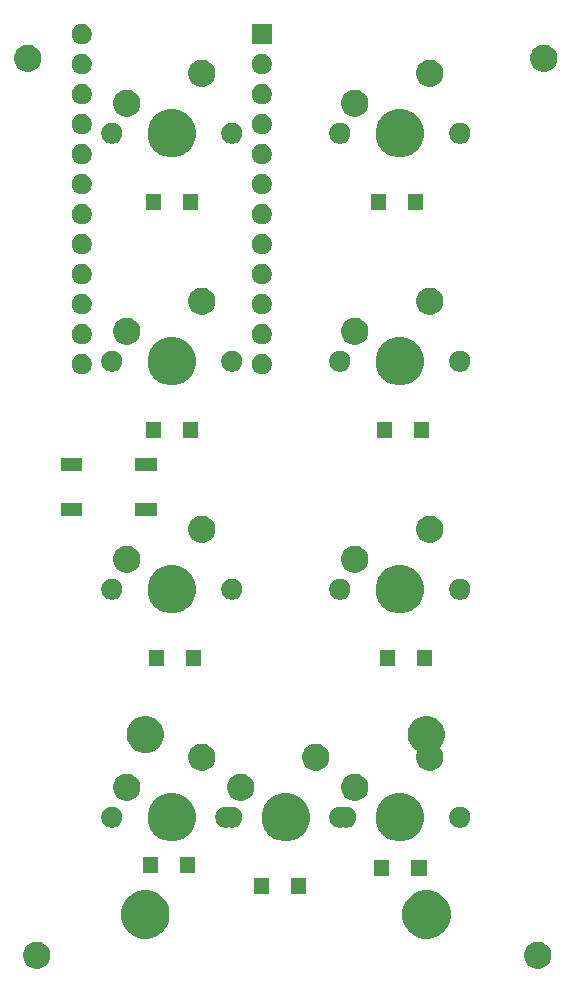
<source format=gbs>
G04 #@! TF.GenerationSoftware,KiCad,Pcbnew,(5.0.1)-3*
G04 #@! TF.CreationDate,2019-12-27T22:22:09+02:00*
G04 #@! TF.ProjectId,8Sticc_2u,3853746963635F32752E6B696361645F,rev?*
G04 #@! TF.SameCoordinates,Original*
G04 #@! TF.FileFunction,Soldermask,Bot*
G04 #@! TF.FilePolarity,Negative*
%FSLAX46Y46*%
G04 Gerber Fmt 4.6, Leading zero omitted, Abs format (unit mm)*
G04 Created by KiCad (PCBNEW (5.0.1)-3) date 12/27/19 22:22:09*
%MOMM*%
%LPD*%
G01*
G04 APERTURE LIST*
%ADD10C,0.100000*%
G04 APERTURE END LIST*
D10*
G36*
X142161484Y-144020982D02*
X142370952Y-144107746D01*
X142559473Y-144233712D01*
X142719788Y-144394027D01*
X142845754Y-144582548D01*
X142932518Y-144792016D01*
X142976750Y-145014385D01*
X142976750Y-145241115D01*
X142932518Y-145463484D01*
X142845754Y-145672952D01*
X142719788Y-145861473D01*
X142559473Y-146021788D01*
X142370952Y-146147754D01*
X142161484Y-146234518D01*
X141939115Y-146278750D01*
X141712385Y-146278750D01*
X141490016Y-146234518D01*
X141280548Y-146147754D01*
X141092027Y-146021788D01*
X140931712Y-145861473D01*
X140805746Y-145672952D01*
X140718982Y-145463484D01*
X140674750Y-145241115D01*
X140674750Y-145014385D01*
X140718982Y-144792016D01*
X140805746Y-144582548D01*
X140931712Y-144394027D01*
X141092027Y-144233712D01*
X141280548Y-144107746D01*
X141490016Y-144020982D01*
X141712385Y-143976750D01*
X141939115Y-143976750D01*
X142161484Y-144020982D01*
X142161484Y-144020982D01*
G37*
G36*
X99743484Y-144020982D02*
X99952952Y-144107746D01*
X100141473Y-144233712D01*
X100301788Y-144394027D01*
X100427754Y-144582548D01*
X100514518Y-144792016D01*
X100558750Y-145014385D01*
X100558750Y-145241115D01*
X100514518Y-145463484D01*
X100427754Y-145672952D01*
X100301788Y-145861473D01*
X100141473Y-146021788D01*
X99952952Y-146147754D01*
X99743484Y-146234518D01*
X99521115Y-146278750D01*
X99294385Y-146278750D01*
X99072016Y-146234518D01*
X98862548Y-146147754D01*
X98674027Y-146021788D01*
X98513712Y-145861473D01*
X98387746Y-145672952D01*
X98300982Y-145463484D01*
X98256750Y-145241115D01*
X98256750Y-145014385D01*
X98300982Y-144792016D01*
X98387746Y-144582548D01*
X98513712Y-144394027D01*
X98674027Y-144233712D01*
X98862548Y-144107746D01*
X99072016Y-144020982D01*
X99294385Y-143976750D01*
X99521115Y-143976750D01*
X99743484Y-144020982D01*
X99743484Y-144020982D01*
G37*
G36*
X109188002Y-139711568D02*
X109188004Y-139711569D01*
X109188005Y-139711569D01*
X109561263Y-139866177D01*
X109892655Y-140087607D01*
X109897189Y-140090636D01*
X110182864Y-140376311D01*
X110182866Y-140376314D01*
X110407323Y-140712237D01*
X110561931Y-141085495D01*
X110640750Y-141481744D01*
X110640750Y-141885756D01*
X110561931Y-142282005D01*
X110407323Y-142655263D01*
X110407322Y-142655264D01*
X110182864Y-142991189D01*
X109897189Y-143276864D01*
X109897186Y-143276866D01*
X109561263Y-143501323D01*
X109188005Y-143655931D01*
X109188004Y-143655931D01*
X109188002Y-143655932D01*
X108791757Y-143734750D01*
X108387743Y-143734750D01*
X107991498Y-143655932D01*
X107991496Y-143655931D01*
X107991495Y-143655931D01*
X107618237Y-143501323D01*
X107282314Y-143276866D01*
X107282311Y-143276864D01*
X106996636Y-142991189D01*
X106772178Y-142655264D01*
X106772177Y-142655263D01*
X106617569Y-142282005D01*
X106538750Y-141885756D01*
X106538750Y-141481744D01*
X106617569Y-141085495D01*
X106772177Y-140712237D01*
X106996634Y-140376314D01*
X106996636Y-140376311D01*
X107282311Y-140090636D01*
X107286845Y-140087607D01*
X107618237Y-139866177D01*
X107991495Y-139711569D01*
X107991496Y-139711569D01*
X107991498Y-139711568D01*
X108387743Y-139632750D01*
X108791757Y-139632750D01*
X109188002Y-139711568D01*
X109188002Y-139711568D01*
G37*
G36*
X132988002Y-139711568D02*
X132988004Y-139711569D01*
X132988005Y-139711569D01*
X133361263Y-139866177D01*
X133692655Y-140087607D01*
X133697189Y-140090636D01*
X133982864Y-140376311D01*
X133982866Y-140376314D01*
X134207323Y-140712237D01*
X134361931Y-141085495D01*
X134440750Y-141481744D01*
X134440750Y-141885756D01*
X134361931Y-142282005D01*
X134207323Y-142655263D01*
X134207322Y-142655264D01*
X133982864Y-142991189D01*
X133697189Y-143276864D01*
X133697186Y-143276866D01*
X133361263Y-143501323D01*
X132988005Y-143655931D01*
X132988004Y-143655931D01*
X132988002Y-143655932D01*
X132591757Y-143734750D01*
X132187743Y-143734750D01*
X131791498Y-143655932D01*
X131791496Y-143655931D01*
X131791495Y-143655931D01*
X131418237Y-143501323D01*
X131082314Y-143276866D01*
X131082311Y-143276864D01*
X130796636Y-142991189D01*
X130572178Y-142655264D01*
X130572177Y-142655263D01*
X130417569Y-142282005D01*
X130338750Y-141885756D01*
X130338750Y-141481744D01*
X130417569Y-141085495D01*
X130572177Y-140712237D01*
X130796634Y-140376314D01*
X130796636Y-140376311D01*
X131082311Y-140090636D01*
X131086845Y-140087607D01*
X131418237Y-139866177D01*
X131791495Y-139711569D01*
X131791496Y-139711569D01*
X131791498Y-139711568D01*
X132187743Y-139632750D01*
X132591757Y-139632750D01*
X132988002Y-139711568D01*
X132988002Y-139711568D01*
G37*
G36*
X122207750Y-139936750D02*
X120905750Y-139936750D01*
X120905750Y-138634750D01*
X122207750Y-138634750D01*
X122207750Y-139936750D01*
X122207750Y-139936750D01*
G37*
G36*
X119057750Y-139936750D02*
X117755750Y-139936750D01*
X117755750Y-138634750D01*
X119057750Y-138634750D01*
X119057750Y-139936750D01*
X119057750Y-139936750D01*
G37*
G36*
X132418750Y-138412750D02*
X131116750Y-138412750D01*
X131116750Y-137110750D01*
X132418750Y-137110750D01*
X132418750Y-138412750D01*
X132418750Y-138412750D01*
G37*
G36*
X129268750Y-138412750D02*
X127966750Y-138412750D01*
X127966750Y-137110750D01*
X129268750Y-137110750D01*
X129268750Y-138412750D01*
X129268750Y-138412750D01*
G37*
G36*
X112809750Y-138158750D02*
X111507750Y-138158750D01*
X111507750Y-136856750D01*
X112809750Y-136856750D01*
X112809750Y-138158750D01*
X112809750Y-138158750D01*
G37*
G36*
X109659750Y-138158750D02*
X108357750Y-138158750D01*
X108357750Y-136856750D01*
X109659750Y-136856750D01*
X109659750Y-138158750D01*
X109659750Y-138158750D01*
G37*
G36*
X121088002Y-131471568D02*
X121088004Y-131471569D01*
X121088005Y-131471569D01*
X121461263Y-131626177D01*
X121792655Y-131847607D01*
X121797189Y-131850636D01*
X122082864Y-132136311D01*
X122082866Y-132136314D01*
X122307323Y-132472237D01*
X122336530Y-132542750D01*
X122461932Y-132845498D01*
X122540750Y-133241743D01*
X122540750Y-133645757D01*
X122466686Y-134018104D01*
X122461931Y-134042005D01*
X122307323Y-134415263D01*
X122307322Y-134415264D01*
X122082864Y-134751189D01*
X121797189Y-135036864D01*
X121797186Y-135036866D01*
X121461263Y-135261323D01*
X121088005Y-135415931D01*
X121088004Y-135415931D01*
X121088002Y-135415932D01*
X120691757Y-135494750D01*
X120287743Y-135494750D01*
X119891498Y-135415932D01*
X119891496Y-135415931D01*
X119891495Y-135415931D01*
X119518237Y-135261323D01*
X119182314Y-135036866D01*
X119182311Y-135036864D01*
X118896636Y-134751189D01*
X118672178Y-134415264D01*
X118672177Y-134415263D01*
X118517569Y-134042005D01*
X118512815Y-134018104D01*
X118438750Y-133645757D01*
X118438750Y-133241743D01*
X118517568Y-132845498D01*
X118642970Y-132542750D01*
X118672177Y-132472237D01*
X118896634Y-132136314D01*
X118896636Y-132136311D01*
X119182311Y-131850636D01*
X119186845Y-131847607D01*
X119518237Y-131626177D01*
X119891495Y-131471569D01*
X119891496Y-131471569D01*
X119891498Y-131471568D01*
X120287743Y-131392750D01*
X120691757Y-131392750D01*
X121088002Y-131471568D01*
X121088002Y-131471568D01*
G37*
G36*
X130740002Y-131471568D02*
X130740004Y-131471569D01*
X130740005Y-131471569D01*
X131113263Y-131626177D01*
X131444655Y-131847607D01*
X131449189Y-131850636D01*
X131734864Y-132136311D01*
X131734866Y-132136314D01*
X131959323Y-132472237D01*
X131988530Y-132542750D01*
X132113932Y-132845498D01*
X132192750Y-133241743D01*
X132192750Y-133645757D01*
X132118686Y-134018104D01*
X132113931Y-134042005D01*
X131959323Y-134415263D01*
X131959322Y-134415264D01*
X131734864Y-134751189D01*
X131449189Y-135036864D01*
X131449186Y-135036866D01*
X131113263Y-135261323D01*
X130740005Y-135415931D01*
X130740004Y-135415931D01*
X130740002Y-135415932D01*
X130343757Y-135494750D01*
X129939743Y-135494750D01*
X129543498Y-135415932D01*
X129543496Y-135415931D01*
X129543495Y-135415931D01*
X129170237Y-135261323D01*
X128834314Y-135036866D01*
X128834311Y-135036864D01*
X128548636Y-134751189D01*
X128324178Y-134415264D01*
X128324177Y-134415263D01*
X128169569Y-134042005D01*
X128164815Y-134018104D01*
X128090750Y-133645757D01*
X128090750Y-133241743D01*
X128169568Y-132845498D01*
X128294970Y-132542750D01*
X128324177Y-132472237D01*
X128548634Y-132136314D01*
X128548636Y-132136311D01*
X128834311Y-131850636D01*
X128838845Y-131847607D01*
X129170237Y-131626177D01*
X129543495Y-131471569D01*
X129543496Y-131471569D01*
X129543498Y-131471568D01*
X129939743Y-131392750D01*
X130343757Y-131392750D01*
X130740002Y-131471568D01*
X130740002Y-131471568D01*
G37*
G36*
X111436002Y-131471568D02*
X111436004Y-131471569D01*
X111436005Y-131471569D01*
X111809263Y-131626177D01*
X112140655Y-131847607D01*
X112145189Y-131850636D01*
X112430864Y-132136311D01*
X112430866Y-132136314D01*
X112655323Y-132472237D01*
X112684530Y-132542750D01*
X112809932Y-132845498D01*
X112888750Y-133241743D01*
X112888750Y-133645757D01*
X112814686Y-134018104D01*
X112809931Y-134042005D01*
X112655323Y-134415263D01*
X112655322Y-134415264D01*
X112430864Y-134751189D01*
X112145189Y-135036864D01*
X112145186Y-135036866D01*
X111809263Y-135261323D01*
X111436005Y-135415931D01*
X111436004Y-135415931D01*
X111436002Y-135415932D01*
X111039757Y-135494750D01*
X110635743Y-135494750D01*
X110239498Y-135415932D01*
X110239496Y-135415931D01*
X110239495Y-135415931D01*
X109866237Y-135261323D01*
X109530314Y-135036866D01*
X109530311Y-135036864D01*
X109244636Y-134751189D01*
X109020178Y-134415264D01*
X109020177Y-134415263D01*
X108865569Y-134042005D01*
X108860815Y-134018104D01*
X108786750Y-133645757D01*
X108786750Y-133241743D01*
X108865568Y-132845498D01*
X108990970Y-132542750D01*
X109020177Y-132472237D01*
X109244634Y-132136314D01*
X109244636Y-132136311D01*
X109530311Y-131850636D01*
X109534845Y-131847607D01*
X109866237Y-131626177D01*
X110239495Y-131471569D01*
X110239496Y-131471569D01*
X110239498Y-131471568D01*
X110635743Y-131392750D01*
X111039757Y-131392750D01*
X111436002Y-131471568D01*
X111436002Y-131471568D01*
G37*
G36*
X115639378Y-132570773D02*
X115663749Y-132573174D01*
X115688122Y-132570773D01*
X115829009Y-132542750D01*
X116006491Y-132542750D01*
X116180562Y-132577374D01*
X116344534Y-132645294D01*
X116492104Y-132743897D01*
X116617603Y-132869396D01*
X116716206Y-133016966D01*
X116784126Y-133180938D01*
X116818750Y-133355009D01*
X116818750Y-133532491D01*
X116784126Y-133706562D01*
X116716206Y-133870534D01*
X116617603Y-134018104D01*
X116492104Y-134143603D01*
X116344534Y-134242206D01*
X116180562Y-134310126D01*
X116006491Y-134344750D01*
X115829009Y-134344750D01*
X115688122Y-134316727D01*
X115663751Y-134314326D01*
X115639378Y-134316727D01*
X115498491Y-134344750D01*
X115321009Y-134344750D01*
X115146938Y-134310126D01*
X114982966Y-134242206D01*
X114835396Y-134143603D01*
X114709897Y-134018104D01*
X114611294Y-133870534D01*
X114543374Y-133706562D01*
X114508750Y-133532491D01*
X114508750Y-133355009D01*
X114543374Y-133180938D01*
X114611294Y-133016966D01*
X114709897Y-132869396D01*
X114835396Y-132743897D01*
X114982966Y-132645294D01*
X115146938Y-132577374D01*
X115321009Y-132542750D01*
X115498491Y-132542750D01*
X115639378Y-132570773D01*
X115639378Y-132570773D01*
G37*
G36*
X135484562Y-132577374D02*
X135648534Y-132645294D01*
X135796104Y-132743897D01*
X135921603Y-132869396D01*
X136020206Y-133016966D01*
X136088126Y-133180938D01*
X136122750Y-133355009D01*
X136122750Y-133532491D01*
X136088126Y-133706562D01*
X136020206Y-133870534D01*
X135921603Y-134018104D01*
X135796104Y-134143603D01*
X135648534Y-134242206D01*
X135484562Y-134310126D01*
X135310491Y-134344750D01*
X135133009Y-134344750D01*
X134958938Y-134310126D01*
X134794966Y-134242206D01*
X134647396Y-134143603D01*
X134521897Y-134018104D01*
X134423294Y-133870534D01*
X134355374Y-133706562D01*
X134320750Y-133532491D01*
X134320750Y-133355009D01*
X134355374Y-133180938D01*
X134423294Y-133016966D01*
X134521897Y-132869396D01*
X134647396Y-132743897D01*
X134794966Y-132645294D01*
X134958938Y-132577374D01*
X135133009Y-132542750D01*
X135310491Y-132542750D01*
X135484562Y-132577374D01*
X135484562Y-132577374D01*
G37*
G36*
X125291378Y-132570773D02*
X125315749Y-132573174D01*
X125340122Y-132570773D01*
X125481009Y-132542750D01*
X125658491Y-132542750D01*
X125832562Y-132577374D01*
X125996534Y-132645294D01*
X126144104Y-132743897D01*
X126269603Y-132869396D01*
X126368206Y-133016966D01*
X126436126Y-133180938D01*
X126470750Y-133355009D01*
X126470750Y-133532491D01*
X126436126Y-133706562D01*
X126368206Y-133870534D01*
X126269603Y-134018104D01*
X126144104Y-134143603D01*
X125996534Y-134242206D01*
X125832562Y-134310126D01*
X125658491Y-134344750D01*
X125481009Y-134344750D01*
X125340122Y-134316727D01*
X125315751Y-134314326D01*
X125291378Y-134316727D01*
X125150491Y-134344750D01*
X124973009Y-134344750D01*
X124798938Y-134310126D01*
X124634966Y-134242206D01*
X124487396Y-134143603D01*
X124361897Y-134018104D01*
X124263294Y-133870534D01*
X124195374Y-133706562D01*
X124160750Y-133532491D01*
X124160750Y-133355009D01*
X124195374Y-133180938D01*
X124263294Y-133016966D01*
X124361897Y-132869396D01*
X124487396Y-132743897D01*
X124634966Y-132645294D01*
X124798938Y-132577374D01*
X124973009Y-132542750D01*
X125150491Y-132542750D01*
X125291378Y-132570773D01*
X125291378Y-132570773D01*
G37*
G36*
X106020562Y-132577374D02*
X106184534Y-132645294D01*
X106332104Y-132743897D01*
X106457603Y-132869396D01*
X106556206Y-133016966D01*
X106624126Y-133180938D01*
X106658750Y-133355009D01*
X106658750Y-133532491D01*
X106624126Y-133706562D01*
X106556206Y-133870534D01*
X106457603Y-134018104D01*
X106332104Y-134143603D01*
X106184534Y-134242206D01*
X106020562Y-134310126D01*
X105846491Y-134344750D01*
X105669009Y-134344750D01*
X105494938Y-134310126D01*
X105330966Y-134242206D01*
X105183396Y-134143603D01*
X105057897Y-134018104D01*
X104959294Y-133870534D01*
X104891374Y-133706562D01*
X104856750Y-133532491D01*
X104856750Y-133355009D01*
X104891374Y-133180938D01*
X104959294Y-133016966D01*
X105057897Y-132869396D01*
X105183396Y-132743897D01*
X105330966Y-132645294D01*
X105494938Y-132577374D01*
X105669009Y-132542750D01*
X105846491Y-132542750D01*
X106020562Y-132577374D01*
X106020562Y-132577374D01*
G37*
G36*
X107363484Y-129796982D02*
X107572952Y-129883746D01*
X107761473Y-130009712D01*
X107921788Y-130170027D01*
X108047754Y-130358548D01*
X108134518Y-130568016D01*
X108178750Y-130790385D01*
X108178750Y-131017115D01*
X108134518Y-131239484D01*
X108047754Y-131448952D01*
X107921788Y-131637473D01*
X107761473Y-131797788D01*
X107572952Y-131923754D01*
X107363484Y-132010518D01*
X107141115Y-132054750D01*
X106914385Y-132054750D01*
X106692016Y-132010518D01*
X106482548Y-131923754D01*
X106294027Y-131797788D01*
X106133712Y-131637473D01*
X106007746Y-131448952D01*
X105920982Y-131239484D01*
X105876750Y-131017115D01*
X105876750Y-130790385D01*
X105920982Y-130568016D01*
X106007746Y-130358548D01*
X106133712Y-130170027D01*
X106294027Y-130009712D01*
X106482548Y-129883746D01*
X106692016Y-129796982D01*
X106914385Y-129752750D01*
X107141115Y-129752750D01*
X107363484Y-129796982D01*
X107363484Y-129796982D01*
G37*
G36*
X126667484Y-129796982D02*
X126876952Y-129883746D01*
X127065473Y-130009712D01*
X127225788Y-130170027D01*
X127351754Y-130358548D01*
X127438518Y-130568016D01*
X127482750Y-130790385D01*
X127482750Y-131017115D01*
X127438518Y-131239484D01*
X127351754Y-131448952D01*
X127225788Y-131637473D01*
X127065473Y-131797788D01*
X126876952Y-131923754D01*
X126667484Y-132010518D01*
X126445115Y-132054750D01*
X126218385Y-132054750D01*
X125996016Y-132010518D01*
X125786548Y-131923754D01*
X125598027Y-131797788D01*
X125437712Y-131637473D01*
X125311746Y-131448952D01*
X125224982Y-131239484D01*
X125180750Y-131017115D01*
X125180750Y-130790385D01*
X125224982Y-130568016D01*
X125311746Y-130358548D01*
X125437712Y-130170027D01*
X125598027Y-130009712D01*
X125786548Y-129883746D01*
X125996016Y-129796982D01*
X126218385Y-129752750D01*
X126445115Y-129752750D01*
X126667484Y-129796982D01*
X126667484Y-129796982D01*
G37*
G36*
X117015484Y-129796982D02*
X117224952Y-129883746D01*
X117413473Y-130009712D01*
X117573788Y-130170027D01*
X117699754Y-130358548D01*
X117786518Y-130568016D01*
X117830750Y-130790385D01*
X117830750Y-131017115D01*
X117786518Y-131239484D01*
X117699754Y-131448952D01*
X117573788Y-131637473D01*
X117413473Y-131797788D01*
X117224952Y-131923754D01*
X117015484Y-132010518D01*
X116793115Y-132054750D01*
X116566385Y-132054750D01*
X116344016Y-132010518D01*
X116134548Y-131923754D01*
X115946027Y-131797788D01*
X115785712Y-131637473D01*
X115659746Y-131448952D01*
X115572982Y-131239484D01*
X115528750Y-131017115D01*
X115528750Y-130790385D01*
X115572982Y-130568016D01*
X115659746Y-130358548D01*
X115785712Y-130170027D01*
X115946027Y-130009712D01*
X116134548Y-129883746D01*
X116344016Y-129796982D01*
X116566385Y-129752750D01*
X116793115Y-129752750D01*
X117015484Y-129796982D01*
X117015484Y-129796982D01*
G37*
G36*
X123365484Y-127256982D02*
X123574952Y-127343746D01*
X123763473Y-127469712D01*
X123923788Y-127630027D01*
X124049754Y-127818548D01*
X124136518Y-128028016D01*
X124180750Y-128250385D01*
X124180750Y-128477115D01*
X124136518Y-128699484D01*
X124049754Y-128908952D01*
X123923788Y-129097473D01*
X123763473Y-129257788D01*
X123574952Y-129383754D01*
X123365484Y-129470518D01*
X123143115Y-129514750D01*
X122916385Y-129514750D01*
X122694016Y-129470518D01*
X122484548Y-129383754D01*
X122296027Y-129257788D01*
X122135712Y-129097473D01*
X122009746Y-128908952D01*
X121922982Y-128699484D01*
X121878750Y-128477115D01*
X121878750Y-128250385D01*
X121922982Y-128028016D01*
X122009746Y-127818548D01*
X122135712Y-127630027D01*
X122296027Y-127469712D01*
X122484548Y-127343746D01*
X122694016Y-127256982D01*
X122916385Y-127212750D01*
X123143115Y-127212750D01*
X123365484Y-127256982D01*
X123365484Y-127256982D01*
G37*
G36*
X113713484Y-127256982D02*
X113922952Y-127343746D01*
X114111473Y-127469712D01*
X114271788Y-127630027D01*
X114397754Y-127818548D01*
X114484518Y-128028016D01*
X114528750Y-128250385D01*
X114528750Y-128477115D01*
X114484518Y-128699484D01*
X114397754Y-128908952D01*
X114271788Y-129097473D01*
X114111473Y-129257788D01*
X113922952Y-129383754D01*
X113713484Y-129470518D01*
X113491115Y-129514750D01*
X113264385Y-129514750D01*
X113042016Y-129470518D01*
X112832548Y-129383754D01*
X112644027Y-129257788D01*
X112483712Y-129097473D01*
X112357746Y-128908952D01*
X112270982Y-128699484D01*
X112226750Y-128477115D01*
X112226750Y-128250385D01*
X112270982Y-128028016D01*
X112357746Y-127818548D01*
X112483712Y-127630027D01*
X112644027Y-127469712D01*
X112832548Y-127343746D01*
X113042016Y-127256982D01*
X113264385Y-127212750D01*
X113491115Y-127212750D01*
X113713484Y-127256982D01*
X113713484Y-127256982D01*
G37*
G36*
X132595489Y-124877798D02*
X132849452Y-124928314D01*
X133136266Y-125047117D01*
X133394392Y-125219591D01*
X133613909Y-125439108D01*
X133786383Y-125697234D01*
X133905186Y-125984048D01*
X133965750Y-126288528D01*
X133965750Y-126598972D01*
X133905186Y-126903452D01*
X133786383Y-127190266D01*
X133613909Y-127448392D01*
X133590843Y-127471458D01*
X133575297Y-127490400D01*
X133563746Y-127512011D01*
X133556633Y-127535460D01*
X133554231Y-127559846D01*
X133556633Y-127584232D01*
X133563746Y-127607681D01*
X133575297Y-127629292D01*
X133701754Y-127818548D01*
X133788518Y-128028016D01*
X133832750Y-128250385D01*
X133832750Y-128477115D01*
X133788518Y-128699484D01*
X133701754Y-128908952D01*
X133575788Y-129097473D01*
X133415473Y-129257788D01*
X133226952Y-129383754D01*
X133017484Y-129470518D01*
X132795115Y-129514750D01*
X132568385Y-129514750D01*
X132346016Y-129470518D01*
X132136548Y-129383754D01*
X131948027Y-129257788D01*
X131787712Y-129097473D01*
X131661746Y-128908952D01*
X131574982Y-128699484D01*
X131530750Y-128477115D01*
X131530750Y-128250385D01*
X131574982Y-128028016D01*
X131611392Y-127940113D01*
X131618505Y-127916663D01*
X131620907Y-127892277D01*
X131618505Y-127867891D01*
X131611392Y-127844442D01*
X131599840Y-127822831D01*
X131584295Y-127803889D01*
X131565357Y-127788348D01*
X131385108Y-127667909D01*
X131165591Y-127448392D01*
X130993117Y-127190266D01*
X130874314Y-126903452D01*
X130813750Y-126598972D01*
X130813750Y-126288528D01*
X130874314Y-125984048D01*
X130993117Y-125697234D01*
X131165591Y-125439108D01*
X131385108Y-125219591D01*
X131643234Y-125047117D01*
X131930048Y-124928314D01*
X132184011Y-124877798D01*
X132234527Y-124867750D01*
X132544973Y-124867750D01*
X132595489Y-124877798D01*
X132595489Y-124877798D01*
G37*
G36*
X108795489Y-124877798D02*
X109049452Y-124928314D01*
X109336266Y-125047117D01*
X109594392Y-125219591D01*
X109813909Y-125439108D01*
X109986383Y-125697234D01*
X110105186Y-125984048D01*
X110165750Y-126288528D01*
X110165750Y-126598972D01*
X110105186Y-126903452D01*
X109986383Y-127190266D01*
X109813909Y-127448392D01*
X109594392Y-127667909D01*
X109336266Y-127840383D01*
X109049452Y-127959186D01*
X108795489Y-128009702D01*
X108744973Y-128019750D01*
X108434527Y-128019750D01*
X108384011Y-128009702D01*
X108130048Y-127959186D01*
X107843234Y-127840383D01*
X107585108Y-127667909D01*
X107365591Y-127448392D01*
X107193117Y-127190266D01*
X107074314Y-126903452D01*
X107013750Y-126598972D01*
X107013750Y-126288528D01*
X107074314Y-125984048D01*
X107193117Y-125697234D01*
X107365591Y-125439108D01*
X107585108Y-125219591D01*
X107843234Y-125047117D01*
X108130048Y-124928314D01*
X108384011Y-124877798D01*
X108434527Y-124867750D01*
X108744973Y-124867750D01*
X108795489Y-124877798D01*
X108795489Y-124877798D01*
G37*
G36*
X129725750Y-120632750D02*
X128423750Y-120632750D01*
X128423750Y-119330750D01*
X129725750Y-119330750D01*
X129725750Y-120632750D01*
X129725750Y-120632750D01*
G37*
G36*
X132875750Y-120632750D02*
X131573750Y-120632750D01*
X131573750Y-119330750D01*
X132875750Y-119330750D01*
X132875750Y-120632750D01*
X132875750Y-120632750D01*
G37*
G36*
X113317750Y-120632750D02*
X112015750Y-120632750D01*
X112015750Y-119330750D01*
X113317750Y-119330750D01*
X113317750Y-120632750D01*
X113317750Y-120632750D01*
G37*
G36*
X110167750Y-120632750D02*
X108865750Y-120632750D01*
X108865750Y-119330750D01*
X110167750Y-119330750D01*
X110167750Y-120632750D01*
X110167750Y-120632750D01*
G37*
G36*
X130740002Y-112167568D02*
X130740004Y-112167569D01*
X130740005Y-112167569D01*
X131113263Y-112322177D01*
X131444655Y-112543607D01*
X131449189Y-112546636D01*
X131734864Y-112832311D01*
X131734866Y-112832314D01*
X131959323Y-113168237D01*
X131988530Y-113238750D01*
X132113932Y-113541498D01*
X132192750Y-113937743D01*
X132192750Y-114341757D01*
X132118686Y-114714104D01*
X132113931Y-114738005D01*
X131959323Y-115111263D01*
X131959322Y-115111264D01*
X131734864Y-115447189D01*
X131449189Y-115732864D01*
X131449186Y-115732866D01*
X131113263Y-115957323D01*
X130740005Y-116111931D01*
X130740004Y-116111931D01*
X130740002Y-116111932D01*
X130343757Y-116190750D01*
X129939743Y-116190750D01*
X129543498Y-116111932D01*
X129543496Y-116111931D01*
X129543495Y-116111931D01*
X129170237Y-115957323D01*
X128834314Y-115732866D01*
X128834311Y-115732864D01*
X128548636Y-115447189D01*
X128324178Y-115111264D01*
X128324177Y-115111263D01*
X128169569Y-114738005D01*
X128164815Y-114714104D01*
X128090750Y-114341757D01*
X128090750Y-113937743D01*
X128169568Y-113541498D01*
X128294970Y-113238750D01*
X128324177Y-113168237D01*
X128548634Y-112832314D01*
X128548636Y-112832311D01*
X128834311Y-112546636D01*
X128838845Y-112543607D01*
X129170237Y-112322177D01*
X129543495Y-112167569D01*
X129543496Y-112167569D01*
X129543498Y-112167568D01*
X129939743Y-112088750D01*
X130343757Y-112088750D01*
X130740002Y-112167568D01*
X130740002Y-112167568D01*
G37*
G36*
X111436002Y-112167568D02*
X111436004Y-112167569D01*
X111436005Y-112167569D01*
X111809263Y-112322177D01*
X112140655Y-112543607D01*
X112145189Y-112546636D01*
X112430864Y-112832311D01*
X112430866Y-112832314D01*
X112655323Y-113168237D01*
X112684530Y-113238750D01*
X112809932Y-113541498D01*
X112888750Y-113937743D01*
X112888750Y-114341757D01*
X112814686Y-114714104D01*
X112809931Y-114738005D01*
X112655323Y-115111263D01*
X112655322Y-115111264D01*
X112430864Y-115447189D01*
X112145189Y-115732864D01*
X112145186Y-115732866D01*
X111809263Y-115957323D01*
X111436005Y-116111931D01*
X111436004Y-116111931D01*
X111436002Y-116111932D01*
X111039757Y-116190750D01*
X110635743Y-116190750D01*
X110239498Y-116111932D01*
X110239496Y-116111931D01*
X110239495Y-116111931D01*
X109866237Y-115957323D01*
X109530314Y-115732866D01*
X109530311Y-115732864D01*
X109244636Y-115447189D01*
X109020178Y-115111264D01*
X109020177Y-115111263D01*
X108865569Y-114738005D01*
X108860815Y-114714104D01*
X108786750Y-114341757D01*
X108786750Y-113937743D01*
X108865568Y-113541498D01*
X108990970Y-113238750D01*
X109020177Y-113168237D01*
X109244634Y-112832314D01*
X109244636Y-112832311D01*
X109530311Y-112546636D01*
X109534845Y-112543607D01*
X109866237Y-112322177D01*
X110239495Y-112167569D01*
X110239496Y-112167569D01*
X110239498Y-112167568D01*
X110635743Y-112088750D01*
X111039757Y-112088750D01*
X111436002Y-112167568D01*
X111436002Y-112167568D01*
G37*
G36*
X116180562Y-113273374D02*
X116344534Y-113341294D01*
X116492104Y-113439897D01*
X116617603Y-113565396D01*
X116716206Y-113712966D01*
X116784126Y-113876938D01*
X116818750Y-114051009D01*
X116818750Y-114228491D01*
X116784126Y-114402562D01*
X116716206Y-114566534D01*
X116617603Y-114714104D01*
X116492104Y-114839603D01*
X116344534Y-114938206D01*
X116180562Y-115006126D01*
X116006491Y-115040750D01*
X115829009Y-115040750D01*
X115654938Y-115006126D01*
X115490966Y-114938206D01*
X115343396Y-114839603D01*
X115217897Y-114714104D01*
X115119294Y-114566534D01*
X115051374Y-114402562D01*
X115016750Y-114228491D01*
X115016750Y-114051009D01*
X115051374Y-113876938D01*
X115119294Y-113712966D01*
X115217897Y-113565396D01*
X115343396Y-113439897D01*
X115490966Y-113341294D01*
X115654938Y-113273374D01*
X115829009Y-113238750D01*
X116006491Y-113238750D01*
X116180562Y-113273374D01*
X116180562Y-113273374D01*
G37*
G36*
X135484562Y-113273374D02*
X135648534Y-113341294D01*
X135796104Y-113439897D01*
X135921603Y-113565396D01*
X136020206Y-113712966D01*
X136088126Y-113876938D01*
X136122750Y-114051009D01*
X136122750Y-114228491D01*
X136088126Y-114402562D01*
X136020206Y-114566534D01*
X135921603Y-114714104D01*
X135796104Y-114839603D01*
X135648534Y-114938206D01*
X135484562Y-115006126D01*
X135310491Y-115040750D01*
X135133009Y-115040750D01*
X134958938Y-115006126D01*
X134794966Y-114938206D01*
X134647396Y-114839603D01*
X134521897Y-114714104D01*
X134423294Y-114566534D01*
X134355374Y-114402562D01*
X134320750Y-114228491D01*
X134320750Y-114051009D01*
X134355374Y-113876938D01*
X134423294Y-113712966D01*
X134521897Y-113565396D01*
X134647396Y-113439897D01*
X134794966Y-113341294D01*
X134958938Y-113273374D01*
X135133009Y-113238750D01*
X135310491Y-113238750D01*
X135484562Y-113273374D01*
X135484562Y-113273374D01*
G37*
G36*
X106020562Y-113273374D02*
X106184534Y-113341294D01*
X106332104Y-113439897D01*
X106457603Y-113565396D01*
X106556206Y-113712966D01*
X106624126Y-113876938D01*
X106658750Y-114051009D01*
X106658750Y-114228491D01*
X106624126Y-114402562D01*
X106556206Y-114566534D01*
X106457603Y-114714104D01*
X106332104Y-114839603D01*
X106184534Y-114938206D01*
X106020562Y-115006126D01*
X105846491Y-115040750D01*
X105669009Y-115040750D01*
X105494938Y-115006126D01*
X105330966Y-114938206D01*
X105183396Y-114839603D01*
X105057897Y-114714104D01*
X104959294Y-114566534D01*
X104891374Y-114402562D01*
X104856750Y-114228491D01*
X104856750Y-114051009D01*
X104891374Y-113876938D01*
X104959294Y-113712966D01*
X105057897Y-113565396D01*
X105183396Y-113439897D01*
X105330966Y-113341294D01*
X105494938Y-113273374D01*
X105669009Y-113238750D01*
X105846491Y-113238750D01*
X106020562Y-113273374D01*
X106020562Y-113273374D01*
G37*
G36*
X125324562Y-113273374D02*
X125488534Y-113341294D01*
X125636104Y-113439897D01*
X125761603Y-113565396D01*
X125860206Y-113712966D01*
X125928126Y-113876938D01*
X125962750Y-114051009D01*
X125962750Y-114228491D01*
X125928126Y-114402562D01*
X125860206Y-114566534D01*
X125761603Y-114714104D01*
X125636104Y-114839603D01*
X125488534Y-114938206D01*
X125324562Y-115006126D01*
X125150491Y-115040750D01*
X124973009Y-115040750D01*
X124798938Y-115006126D01*
X124634966Y-114938206D01*
X124487396Y-114839603D01*
X124361897Y-114714104D01*
X124263294Y-114566534D01*
X124195374Y-114402562D01*
X124160750Y-114228491D01*
X124160750Y-114051009D01*
X124195374Y-113876938D01*
X124263294Y-113712966D01*
X124361897Y-113565396D01*
X124487396Y-113439897D01*
X124634966Y-113341294D01*
X124798938Y-113273374D01*
X124973009Y-113238750D01*
X125150491Y-113238750D01*
X125324562Y-113273374D01*
X125324562Y-113273374D01*
G37*
G36*
X126667484Y-110492982D02*
X126876952Y-110579746D01*
X127065473Y-110705712D01*
X127225788Y-110866027D01*
X127351754Y-111054548D01*
X127438518Y-111264016D01*
X127482750Y-111486385D01*
X127482750Y-111713115D01*
X127438518Y-111935484D01*
X127351754Y-112144952D01*
X127225788Y-112333473D01*
X127065473Y-112493788D01*
X126876952Y-112619754D01*
X126667484Y-112706518D01*
X126445115Y-112750750D01*
X126218385Y-112750750D01*
X125996016Y-112706518D01*
X125786548Y-112619754D01*
X125598027Y-112493788D01*
X125437712Y-112333473D01*
X125311746Y-112144952D01*
X125224982Y-111935484D01*
X125180750Y-111713115D01*
X125180750Y-111486385D01*
X125224982Y-111264016D01*
X125311746Y-111054548D01*
X125437712Y-110866027D01*
X125598027Y-110705712D01*
X125786548Y-110579746D01*
X125996016Y-110492982D01*
X126218385Y-110448750D01*
X126445115Y-110448750D01*
X126667484Y-110492982D01*
X126667484Y-110492982D01*
G37*
G36*
X107363484Y-110492982D02*
X107572952Y-110579746D01*
X107761473Y-110705712D01*
X107921788Y-110866027D01*
X108047754Y-111054548D01*
X108134518Y-111264016D01*
X108178750Y-111486385D01*
X108178750Y-111713115D01*
X108134518Y-111935484D01*
X108047754Y-112144952D01*
X107921788Y-112333473D01*
X107761473Y-112493788D01*
X107572952Y-112619754D01*
X107363484Y-112706518D01*
X107141115Y-112750750D01*
X106914385Y-112750750D01*
X106692016Y-112706518D01*
X106482548Y-112619754D01*
X106294027Y-112493788D01*
X106133712Y-112333473D01*
X106007746Y-112144952D01*
X105920982Y-111935484D01*
X105876750Y-111713115D01*
X105876750Y-111486385D01*
X105920982Y-111264016D01*
X106007746Y-111054548D01*
X106133712Y-110866027D01*
X106294027Y-110705712D01*
X106482548Y-110579746D01*
X106692016Y-110492982D01*
X106914385Y-110448750D01*
X107141115Y-110448750D01*
X107363484Y-110492982D01*
X107363484Y-110492982D01*
G37*
G36*
X113713484Y-107952982D02*
X113922952Y-108039746D01*
X114111473Y-108165712D01*
X114271788Y-108326027D01*
X114397754Y-108514548D01*
X114484518Y-108724016D01*
X114528750Y-108946385D01*
X114528750Y-109173115D01*
X114484518Y-109395484D01*
X114397754Y-109604952D01*
X114271788Y-109793473D01*
X114111473Y-109953788D01*
X113922952Y-110079754D01*
X113713484Y-110166518D01*
X113491115Y-110210750D01*
X113264385Y-110210750D01*
X113042016Y-110166518D01*
X112832548Y-110079754D01*
X112644027Y-109953788D01*
X112483712Y-109793473D01*
X112357746Y-109604952D01*
X112270982Y-109395484D01*
X112226750Y-109173115D01*
X112226750Y-108946385D01*
X112270982Y-108724016D01*
X112357746Y-108514548D01*
X112483712Y-108326027D01*
X112644027Y-108165712D01*
X112832548Y-108039746D01*
X113042016Y-107952982D01*
X113264385Y-107908750D01*
X113491115Y-107908750D01*
X113713484Y-107952982D01*
X113713484Y-107952982D01*
G37*
G36*
X133017484Y-107952982D02*
X133226952Y-108039746D01*
X133415473Y-108165712D01*
X133575788Y-108326027D01*
X133701754Y-108514548D01*
X133788518Y-108724016D01*
X133832750Y-108946385D01*
X133832750Y-109173115D01*
X133788518Y-109395484D01*
X133701754Y-109604952D01*
X133575788Y-109793473D01*
X133415473Y-109953788D01*
X133226952Y-110079754D01*
X133017484Y-110166518D01*
X132795115Y-110210750D01*
X132568385Y-110210750D01*
X132346016Y-110166518D01*
X132136548Y-110079754D01*
X131948027Y-109953788D01*
X131787712Y-109793473D01*
X131661746Y-109604952D01*
X131574982Y-109395484D01*
X131530750Y-109173115D01*
X131530750Y-108946385D01*
X131574982Y-108724016D01*
X131661746Y-108514548D01*
X131787712Y-108326027D01*
X131948027Y-108165712D01*
X132136548Y-108039746D01*
X132346016Y-107952982D01*
X132568385Y-107908750D01*
X132795115Y-107908750D01*
X133017484Y-107952982D01*
X133017484Y-107952982D01*
G37*
G36*
X103254750Y-107954750D02*
X101452750Y-107954750D01*
X101452750Y-106852750D01*
X103254750Y-106852750D01*
X103254750Y-107954750D01*
X103254750Y-107954750D01*
G37*
G36*
X109554750Y-107954750D02*
X107752750Y-107954750D01*
X107752750Y-106852750D01*
X109554750Y-106852750D01*
X109554750Y-107954750D01*
X109554750Y-107954750D01*
G37*
G36*
X103254750Y-104154750D02*
X101452750Y-104154750D01*
X101452750Y-103052750D01*
X103254750Y-103052750D01*
X103254750Y-104154750D01*
X103254750Y-104154750D01*
G37*
G36*
X109554750Y-104154750D02*
X107752750Y-104154750D01*
X107752750Y-103052750D01*
X109554750Y-103052750D01*
X109554750Y-104154750D01*
X109554750Y-104154750D01*
G37*
G36*
X132621750Y-101328750D02*
X131319750Y-101328750D01*
X131319750Y-100026750D01*
X132621750Y-100026750D01*
X132621750Y-101328750D01*
X132621750Y-101328750D01*
G37*
G36*
X129471750Y-101328750D02*
X128169750Y-101328750D01*
X128169750Y-100026750D01*
X129471750Y-100026750D01*
X129471750Y-101328750D01*
X129471750Y-101328750D01*
G37*
G36*
X109913750Y-101328750D02*
X108611750Y-101328750D01*
X108611750Y-100026750D01*
X109913750Y-100026750D01*
X109913750Y-101328750D01*
X109913750Y-101328750D01*
G37*
G36*
X113063750Y-101328750D02*
X111761750Y-101328750D01*
X111761750Y-100026750D01*
X113063750Y-100026750D01*
X113063750Y-101328750D01*
X113063750Y-101328750D01*
G37*
G36*
X130740002Y-92863568D02*
X130740004Y-92863569D01*
X130740005Y-92863569D01*
X131113263Y-93018177D01*
X131401489Y-93210764D01*
X131449189Y-93242636D01*
X131734864Y-93528311D01*
X131734866Y-93528314D01*
X131959323Y-93864237D01*
X131988530Y-93934750D01*
X132113932Y-94237498D01*
X132192750Y-94633743D01*
X132192750Y-95037757D01*
X132118686Y-95410104D01*
X132113931Y-95434005D01*
X131959323Y-95807263D01*
X131737893Y-96138655D01*
X131734864Y-96143189D01*
X131449189Y-96428864D01*
X131449186Y-96428866D01*
X131113263Y-96653323D01*
X130740005Y-96807931D01*
X130740004Y-96807931D01*
X130740002Y-96807932D01*
X130343757Y-96886750D01*
X129939743Y-96886750D01*
X129543498Y-96807932D01*
X129543496Y-96807931D01*
X129543495Y-96807931D01*
X129170237Y-96653323D01*
X128834314Y-96428866D01*
X128834311Y-96428864D01*
X128548636Y-96143189D01*
X128545607Y-96138655D01*
X128324177Y-95807263D01*
X128169569Y-95434005D01*
X128164815Y-95410104D01*
X128090750Y-95037757D01*
X128090750Y-94633743D01*
X128169568Y-94237498D01*
X128294970Y-93934750D01*
X128324177Y-93864237D01*
X128548634Y-93528314D01*
X128548636Y-93528311D01*
X128834311Y-93242636D01*
X128882011Y-93210764D01*
X129170237Y-93018177D01*
X129543495Y-92863569D01*
X129543496Y-92863569D01*
X129543498Y-92863568D01*
X129939743Y-92784750D01*
X130343757Y-92784750D01*
X130740002Y-92863568D01*
X130740002Y-92863568D01*
G37*
G36*
X111436002Y-92863568D02*
X111436004Y-92863569D01*
X111436005Y-92863569D01*
X111809263Y-93018177D01*
X112097489Y-93210764D01*
X112145189Y-93242636D01*
X112430864Y-93528311D01*
X112430866Y-93528314D01*
X112655323Y-93864237D01*
X112684530Y-93934750D01*
X112809932Y-94237498D01*
X112888750Y-94633743D01*
X112888750Y-95037757D01*
X112814686Y-95410104D01*
X112809931Y-95434005D01*
X112655323Y-95807263D01*
X112433893Y-96138655D01*
X112430864Y-96143189D01*
X112145189Y-96428864D01*
X112145186Y-96428866D01*
X111809263Y-96653323D01*
X111436005Y-96807931D01*
X111436004Y-96807931D01*
X111436002Y-96807932D01*
X111039757Y-96886750D01*
X110635743Y-96886750D01*
X110239498Y-96807932D01*
X110239496Y-96807931D01*
X110239495Y-96807931D01*
X109866237Y-96653323D01*
X109530314Y-96428866D01*
X109530311Y-96428864D01*
X109244636Y-96143189D01*
X109241607Y-96138655D01*
X109020177Y-95807263D01*
X108865569Y-95434005D01*
X108860815Y-95410104D01*
X108786750Y-95037757D01*
X108786750Y-94633743D01*
X108865568Y-94237498D01*
X108990970Y-93934750D01*
X109020177Y-93864237D01*
X109244634Y-93528314D01*
X109244636Y-93528311D01*
X109530311Y-93242636D01*
X109578011Y-93210764D01*
X109866237Y-93018177D01*
X110239495Y-92863569D01*
X110239496Y-92863569D01*
X110239498Y-92863568D01*
X110635743Y-92784750D01*
X111039757Y-92784750D01*
X111436002Y-92863568D01*
X111436002Y-92863568D01*
G37*
G36*
X103465978Y-94271453D02*
X103620850Y-94335603D01*
X103760231Y-94428735D01*
X103878765Y-94547269D01*
X103971897Y-94686650D01*
X104036047Y-94841522D01*
X104068750Y-95005934D01*
X104068750Y-95173566D01*
X104036047Y-95337978D01*
X103971897Y-95492850D01*
X103878765Y-95632231D01*
X103760231Y-95750765D01*
X103620850Y-95843897D01*
X103465978Y-95908047D01*
X103301566Y-95940750D01*
X103133934Y-95940750D01*
X102969522Y-95908047D01*
X102814650Y-95843897D01*
X102675269Y-95750765D01*
X102556735Y-95632231D01*
X102463603Y-95492850D01*
X102399453Y-95337978D01*
X102366750Y-95173566D01*
X102366750Y-95005934D01*
X102399453Y-94841522D01*
X102463603Y-94686650D01*
X102556735Y-94547269D01*
X102675269Y-94428735D01*
X102814650Y-94335603D01*
X102969522Y-94271453D01*
X103133934Y-94238750D01*
X103301566Y-94238750D01*
X103465978Y-94271453D01*
X103465978Y-94271453D01*
G37*
G36*
X118705978Y-94271453D02*
X118860850Y-94335603D01*
X119000231Y-94428735D01*
X119118765Y-94547269D01*
X119211897Y-94686650D01*
X119276047Y-94841522D01*
X119308750Y-95005934D01*
X119308750Y-95173566D01*
X119276047Y-95337978D01*
X119211897Y-95492850D01*
X119118765Y-95632231D01*
X119000231Y-95750765D01*
X118860850Y-95843897D01*
X118705978Y-95908047D01*
X118541566Y-95940750D01*
X118373934Y-95940750D01*
X118209522Y-95908047D01*
X118054650Y-95843897D01*
X117915269Y-95750765D01*
X117796735Y-95632231D01*
X117703603Y-95492850D01*
X117639453Y-95337978D01*
X117606750Y-95173566D01*
X117606750Y-95005934D01*
X117639453Y-94841522D01*
X117703603Y-94686650D01*
X117796735Y-94547269D01*
X117915269Y-94428735D01*
X118054650Y-94335603D01*
X118209522Y-94271453D01*
X118373934Y-94238750D01*
X118541566Y-94238750D01*
X118705978Y-94271453D01*
X118705978Y-94271453D01*
G37*
G36*
X116180562Y-93969374D02*
X116344534Y-94037294D01*
X116492104Y-94135897D01*
X116617603Y-94261396D01*
X116716206Y-94408966D01*
X116784126Y-94572938D01*
X116818750Y-94747009D01*
X116818750Y-94924491D01*
X116784126Y-95098562D01*
X116716206Y-95262534D01*
X116617603Y-95410104D01*
X116492104Y-95535603D01*
X116344534Y-95634206D01*
X116180562Y-95702126D01*
X116006491Y-95736750D01*
X115829009Y-95736750D01*
X115654938Y-95702126D01*
X115490966Y-95634206D01*
X115343396Y-95535603D01*
X115217897Y-95410104D01*
X115119294Y-95262534D01*
X115051374Y-95098562D01*
X115016750Y-94924491D01*
X115016750Y-94747009D01*
X115051374Y-94572938D01*
X115119294Y-94408966D01*
X115217897Y-94261396D01*
X115343396Y-94135897D01*
X115490966Y-94037294D01*
X115654938Y-93969374D01*
X115829009Y-93934750D01*
X116006491Y-93934750D01*
X116180562Y-93969374D01*
X116180562Y-93969374D01*
G37*
G36*
X106020562Y-93969374D02*
X106184534Y-94037294D01*
X106332104Y-94135897D01*
X106457603Y-94261396D01*
X106556206Y-94408966D01*
X106624126Y-94572938D01*
X106658750Y-94747009D01*
X106658750Y-94924491D01*
X106624126Y-95098562D01*
X106556206Y-95262534D01*
X106457603Y-95410104D01*
X106332104Y-95535603D01*
X106184534Y-95634206D01*
X106020562Y-95702126D01*
X105846491Y-95736750D01*
X105669009Y-95736750D01*
X105494938Y-95702126D01*
X105330966Y-95634206D01*
X105183396Y-95535603D01*
X105057897Y-95410104D01*
X104959294Y-95262534D01*
X104891374Y-95098562D01*
X104856750Y-94924491D01*
X104856750Y-94747009D01*
X104891374Y-94572938D01*
X104959294Y-94408966D01*
X105057897Y-94261396D01*
X105183396Y-94135897D01*
X105330966Y-94037294D01*
X105494938Y-93969374D01*
X105669009Y-93934750D01*
X105846491Y-93934750D01*
X106020562Y-93969374D01*
X106020562Y-93969374D01*
G37*
G36*
X125324562Y-93969374D02*
X125488534Y-94037294D01*
X125636104Y-94135897D01*
X125761603Y-94261396D01*
X125860206Y-94408966D01*
X125928126Y-94572938D01*
X125962750Y-94747009D01*
X125962750Y-94924491D01*
X125928126Y-95098562D01*
X125860206Y-95262534D01*
X125761603Y-95410104D01*
X125636104Y-95535603D01*
X125488534Y-95634206D01*
X125324562Y-95702126D01*
X125150491Y-95736750D01*
X124973009Y-95736750D01*
X124798938Y-95702126D01*
X124634966Y-95634206D01*
X124487396Y-95535603D01*
X124361897Y-95410104D01*
X124263294Y-95262534D01*
X124195374Y-95098562D01*
X124160750Y-94924491D01*
X124160750Y-94747009D01*
X124195374Y-94572938D01*
X124263294Y-94408966D01*
X124361897Y-94261396D01*
X124487396Y-94135897D01*
X124634966Y-94037294D01*
X124798938Y-93969374D01*
X124973009Y-93934750D01*
X125150491Y-93934750D01*
X125324562Y-93969374D01*
X125324562Y-93969374D01*
G37*
G36*
X135484562Y-93969374D02*
X135648534Y-94037294D01*
X135796104Y-94135897D01*
X135921603Y-94261396D01*
X136020206Y-94408966D01*
X136088126Y-94572938D01*
X136122750Y-94747009D01*
X136122750Y-94924491D01*
X136088126Y-95098562D01*
X136020206Y-95262534D01*
X135921603Y-95410104D01*
X135796104Y-95535603D01*
X135648534Y-95634206D01*
X135484562Y-95702126D01*
X135310491Y-95736750D01*
X135133009Y-95736750D01*
X134958938Y-95702126D01*
X134794966Y-95634206D01*
X134647396Y-95535603D01*
X134521897Y-95410104D01*
X134423294Y-95262534D01*
X134355374Y-95098562D01*
X134320750Y-94924491D01*
X134320750Y-94747009D01*
X134355374Y-94572938D01*
X134423294Y-94408966D01*
X134521897Y-94261396D01*
X134647396Y-94135897D01*
X134794966Y-94037294D01*
X134958938Y-93969374D01*
X135133009Y-93934750D01*
X135310491Y-93934750D01*
X135484562Y-93969374D01*
X135484562Y-93969374D01*
G37*
G36*
X107363484Y-91188982D02*
X107572952Y-91275746D01*
X107761473Y-91401712D01*
X107921788Y-91562027D01*
X108047754Y-91750548D01*
X108134518Y-91960016D01*
X108178750Y-92182385D01*
X108178750Y-92409115D01*
X108134518Y-92631484D01*
X108047754Y-92840952D01*
X107921788Y-93029473D01*
X107761473Y-93189788D01*
X107572952Y-93315754D01*
X107363484Y-93402518D01*
X107141115Y-93446750D01*
X106914385Y-93446750D01*
X106692016Y-93402518D01*
X106482548Y-93315754D01*
X106294027Y-93189788D01*
X106133712Y-93029473D01*
X106007746Y-92840952D01*
X105920982Y-92631484D01*
X105876750Y-92409115D01*
X105876750Y-92182385D01*
X105920982Y-91960016D01*
X106007746Y-91750548D01*
X106133712Y-91562027D01*
X106294027Y-91401712D01*
X106482548Y-91275746D01*
X106692016Y-91188982D01*
X106914385Y-91144750D01*
X107141115Y-91144750D01*
X107363484Y-91188982D01*
X107363484Y-91188982D01*
G37*
G36*
X126667484Y-91188982D02*
X126876952Y-91275746D01*
X127065473Y-91401712D01*
X127225788Y-91562027D01*
X127351754Y-91750548D01*
X127438518Y-91960016D01*
X127482750Y-92182385D01*
X127482750Y-92409115D01*
X127438518Y-92631484D01*
X127351754Y-92840952D01*
X127225788Y-93029473D01*
X127065473Y-93189788D01*
X126876952Y-93315754D01*
X126667484Y-93402518D01*
X126445115Y-93446750D01*
X126218385Y-93446750D01*
X125996016Y-93402518D01*
X125786548Y-93315754D01*
X125598027Y-93189788D01*
X125437712Y-93029473D01*
X125311746Y-92840952D01*
X125224982Y-92631484D01*
X125180750Y-92409115D01*
X125180750Y-92182385D01*
X125224982Y-91960016D01*
X125311746Y-91750548D01*
X125437712Y-91562027D01*
X125598027Y-91401712D01*
X125786548Y-91275746D01*
X125996016Y-91188982D01*
X126218385Y-91144750D01*
X126445115Y-91144750D01*
X126667484Y-91188982D01*
X126667484Y-91188982D01*
G37*
G36*
X103465978Y-91731453D02*
X103620850Y-91795603D01*
X103760231Y-91888735D01*
X103878765Y-92007269D01*
X103971897Y-92146650D01*
X104036047Y-92301522D01*
X104068750Y-92465934D01*
X104068750Y-92633566D01*
X104036047Y-92797978D01*
X103971897Y-92952850D01*
X103878765Y-93092231D01*
X103760231Y-93210765D01*
X103620850Y-93303897D01*
X103465978Y-93368047D01*
X103301566Y-93400750D01*
X103133934Y-93400750D01*
X102969522Y-93368047D01*
X102814650Y-93303897D01*
X102675269Y-93210765D01*
X102556735Y-93092231D01*
X102463603Y-92952850D01*
X102399453Y-92797978D01*
X102366750Y-92633566D01*
X102366750Y-92465934D01*
X102399453Y-92301522D01*
X102463603Y-92146650D01*
X102556735Y-92007269D01*
X102675269Y-91888735D01*
X102814650Y-91795603D01*
X102969522Y-91731453D01*
X103133934Y-91698750D01*
X103301566Y-91698750D01*
X103465978Y-91731453D01*
X103465978Y-91731453D01*
G37*
G36*
X118705978Y-91731453D02*
X118860850Y-91795603D01*
X119000231Y-91888735D01*
X119118765Y-92007269D01*
X119211897Y-92146650D01*
X119276047Y-92301522D01*
X119308750Y-92465934D01*
X119308750Y-92633566D01*
X119276047Y-92797978D01*
X119211897Y-92952850D01*
X119118765Y-93092231D01*
X119000231Y-93210765D01*
X118860850Y-93303897D01*
X118705978Y-93368047D01*
X118541566Y-93400750D01*
X118373934Y-93400750D01*
X118209522Y-93368047D01*
X118054650Y-93303897D01*
X117915269Y-93210765D01*
X117796735Y-93092231D01*
X117703603Y-92952850D01*
X117639453Y-92797978D01*
X117606750Y-92633566D01*
X117606750Y-92465934D01*
X117639453Y-92301522D01*
X117703603Y-92146650D01*
X117796735Y-92007269D01*
X117915269Y-91888735D01*
X118054650Y-91795603D01*
X118209522Y-91731453D01*
X118373934Y-91698750D01*
X118541566Y-91698750D01*
X118705978Y-91731453D01*
X118705978Y-91731453D01*
G37*
G36*
X113713484Y-88648982D02*
X113922952Y-88735746D01*
X114111473Y-88861712D01*
X114271788Y-89022027D01*
X114397754Y-89210548D01*
X114484518Y-89420016D01*
X114528750Y-89642385D01*
X114528750Y-89869115D01*
X114484518Y-90091484D01*
X114397754Y-90300952D01*
X114271788Y-90489473D01*
X114111473Y-90649788D01*
X113922952Y-90775754D01*
X113713484Y-90862518D01*
X113491115Y-90906750D01*
X113264385Y-90906750D01*
X113042016Y-90862518D01*
X112832548Y-90775754D01*
X112644027Y-90649788D01*
X112483712Y-90489473D01*
X112357746Y-90300952D01*
X112270982Y-90091484D01*
X112226750Y-89869115D01*
X112226750Y-89642385D01*
X112270982Y-89420016D01*
X112357746Y-89210548D01*
X112483712Y-89022027D01*
X112644027Y-88861712D01*
X112832548Y-88735746D01*
X113042016Y-88648982D01*
X113264385Y-88604750D01*
X113491115Y-88604750D01*
X113713484Y-88648982D01*
X113713484Y-88648982D01*
G37*
G36*
X133017484Y-88648982D02*
X133226952Y-88735746D01*
X133415473Y-88861712D01*
X133575788Y-89022027D01*
X133701754Y-89210548D01*
X133788518Y-89420016D01*
X133832750Y-89642385D01*
X133832750Y-89869115D01*
X133788518Y-90091484D01*
X133701754Y-90300952D01*
X133575788Y-90489473D01*
X133415473Y-90649788D01*
X133226952Y-90775754D01*
X133017484Y-90862518D01*
X132795115Y-90906750D01*
X132568385Y-90906750D01*
X132346016Y-90862518D01*
X132136548Y-90775754D01*
X131948027Y-90649788D01*
X131787712Y-90489473D01*
X131661746Y-90300952D01*
X131574982Y-90091484D01*
X131530750Y-89869115D01*
X131530750Y-89642385D01*
X131574982Y-89420016D01*
X131661746Y-89210548D01*
X131787712Y-89022027D01*
X131948027Y-88861712D01*
X132136548Y-88735746D01*
X132346016Y-88648982D01*
X132568385Y-88604750D01*
X132795115Y-88604750D01*
X133017484Y-88648982D01*
X133017484Y-88648982D01*
G37*
G36*
X103465978Y-89191453D02*
X103620850Y-89255603D01*
X103760231Y-89348735D01*
X103878765Y-89467269D01*
X103971897Y-89606650D01*
X104036047Y-89761522D01*
X104068750Y-89925934D01*
X104068750Y-90093566D01*
X104036047Y-90257978D01*
X103971897Y-90412850D01*
X103878765Y-90552231D01*
X103760231Y-90670765D01*
X103620850Y-90763897D01*
X103465978Y-90828047D01*
X103301566Y-90860750D01*
X103133934Y-90860750D01*
X102969522Y-90828047D01*
X102814650Y-90763897D01*
X102675269Y-90670765D01*
X102556735Y-90552231D01*
X102463603Y-90412850D01*
X102399453Y-90257978D01*
X102366750Y-90093566D01*
X102366750Y-89925934D01*
X102399453Y-89761522D01*
X102463603Y-89606650D01*
X102556735Y-89467269D01*
X102675269Y-89348735D01*
X102814650Y-89255603D01*
X102969522Y-89191453D01*
X103133934Y-89158750D01*
X103301566Y-89158750D01*
X103465978Y-89191453D01*
X103465978Y-89191453D01*
G37*
G36*
X118705978Y-89191453D02*
X118860850Y-89255603D01*
X119000231Y-89348735D01*
X119118765Y-89467269D01*
X119211897Y-89606650D01*
X119276047Y-89761522D01*
X119308750Y-89925934D01*
X119308750Y-90093566D01*
X119276047Y-90257978D01*
X119211897Y-90412850D01*
X119118765Y-90552231D01*
X119000231Y-90670765D01*
X118860850Y-90763897D01*
X118705978Y-90828047D01*
X118541566Y-90860750D01*
X118373934Y-90860750D01*
X118209522Y-90828047D01*
X118054650Y-90763897D01*
X117915269Y-90670765D01*
X117796735Y-90552231D01*
X117703603Y-90412850D01*
X117639453Y-90257978D01*
X117606750Y-90093566D01*
X117606750Y-89925934D01*
X117639453Y-89761522D01*
X117703603Y-89606650D01*
X117796735Y-89467269D01*
X117915269Y-89348735D01*
X118054650Y-89255603D01*
X118209522Y-89191453D01*
X118373934Y-89158750D01*
X118541566Y-89158750D01*
X118705978Y-89191453D01*
X118705978Y-89191453D01*
G37*
G36*
X118705978Y-86651453D02*
X118860850Y-86715603D01*
X119000231Y-86808735D01*
X119118765Y-86927269D01*
X119211897Y-87066650D01*
X119276047Y-87221522D01*
X119308750Y-87385934D01*
X119308750Y-87553566D01*
X119276047Y-87717978D01*
X119211897Y-87872850D01*
X119118765Y-88012231D01*
X119000231Y-88130765D01*
X118860850Y-88223897D01*
X118705978Y-88288047D01*
X118541566Y-88320750D01*
X118373934Y-88320750D01*
X118209522Y-88288047D01*
X118054650Y-88223897D01*
X117915269Y-88130765D01*
X117796735Y-88012231D01*
X117703603Y-87872850D01*
X117639453Y-87717978D01*
X117606750Y-87553566D01*
X117606750Y-87385934D01*
X117639453Y-87221522D01*
X117703603Y-87066650D01*
X117796735Y-86927269D01*
X117915269Y-86808735D01*
X118054650Y-86715603D01*
X118209522Y-86651453D01*
X118373934Y-86618750D01*
X118541566Y-86618750D01*
X118705978Y-86651453D01*
X118705978Y-86651453D01*
G37*
G36*
X103465978Y-86651453D02*
X103620850Y-86715603D01*
X103760231Y-86808735D01*
X103878765Y-86927269D01*
X103971897Y-87066650D01*
X104036047Y-87221522D01*
X104068750Y-87385934D01*
X104068750Y-87553566D01*
X104036047Y-87717978D01*
X103971897Y-87872850D01*
X103878765Y-88012231D01*
X103760231Y-88130765D01*
X103620850Y-88223897D01*
X103465978Y-88288047D01*
X103301566Y-88320750D01*
X103133934Y-88320750D01*
X102969522Y-88288047D01*
X102814650Y-88223897D01*
X102675269Y-88130765D01*
X102556735Y-88012231D01*
X102463603Y-87872850D01*
X102399453Y-87717978D01*
X102366750Y-87553566D01*
X102366750Y-87385934D01*
X102399453Y-87221522D01*
X102463603Y-87066650D01*
X102556735Y-86927269D01*
X102675269Y-86808735D01*
X102814650Y-86715603D01*
X102969522Y-86651453D01*
X103133934Y-86618750D01*
X103301566Y-86618750D01*
X103465978Y-86651453D01*
X103465978Y-86651453D01*
G37*
G36*
X103465978Y-84111453D02*
X103620850Y-84175603D01*
X103760231Y-84268735D01*
X103878765Y-84387269D01*
X103971897Y-84526650D01*
X104036047Y-84681522D01*
X104068750Y-84845934D01*
X104068750Y-85013566D01*
X104036047Y-85177978D01*
X103971897Y-85332850D01*
X103878765Y-85472231D01*
X103760231Y-85590765D01*
X103620850Y-85683897D01*
X103465978Y-85748047D01*
X103301566Y-85780750D01*
X103133934Y-85780750D01*
X102969522Y-85748047D01*
X102814650Y-85683897D01*
X102675269Y-85590765D01*
X102556735Y-85472231D01*
X102463603Y-85332850D01*
X102399453Y-85177978D01*
X102366750Y-85013566D01*
X102366750Y-84845934D01*
X102399453Y-84681522D01*
X102463603Y-84526650D01*
X102556735Y-84387269D01*
X102675269Y-84268735D01*
X102814650Y-84175603D01*
X102969522Y-84111453D01*
X103133934Y-84078750D01*
X103301566Y-84078750D01*
X103465978Y-84111453D01*
X103465978Y-84111453D01*
G37*
G36*
X118705978Y-84111453D02*
X118860850Y-84175603D01*
X119000231Y-84268735D01*
X119118765Y-84387269D01*
X119211897Y-84526650D01*
X119276047Y-84681522D01*
X119308750Y-84845934D01*
X119308750Y-85013566D01*
X119276047Y-85177978D01*
X119211897Y-85332850D01*
X119118765Y-85472231D01*
X119000231Y-85590765D01*
X118860850Y-85683897D01*
X118705978Y-85748047D01*
X118541566Y-85780750D01*
X118373934Y-85780750D01*
X118209522Y-85748047D01*
X118054650Y-85683897D01*
X117915269Y-85590765D01*
X117796735Y-85472231D01*
X117703603Y-85332850D01*
X117639453Y-85177978D01*
X117606750Y-85013566D01*
X117606750Y-84845934D01*
X117639453Y-84681522D01*
X117703603Y-84526650D01*
X117796735Y-84387269D01*
X117915269Y-84268735D01*
X118054650Y-84175603D01*
X118209522Y-84111453D01*
X118373934Y-84078750D01*
X118541566Y-84078750D01*
X118705978Y-84111453D01*
X118705978Y-84111453D01*
G37*
G36*
X118705978Y-81571453D02*
X118860850Y-81635603D01*
X119000231Y-81728735D01*
X119118765Y-81847269D01*
X119211897Y-81986650D01*
X119276047Y-82141522D01*
X119308750Y-82305934D01*
X119308750Y-82473566D01*
X119276047Y-82637978D01*
X119211897Y-82792850D01*
X119118765Y-82932231D01*
X119000231Y-83050765D01*
X118860850Y-83143897D01*
X118705978Y-83208047D01*
X118541566Y-83240750D01*
X118373934Y-83240750D01*
X118209522Y-83208047D01*
X118054650Y-83143897D01*
X117915269Y-83050765D01*
X117796735Y-82932231D01*
X117703603Y-82792850D01*
X117639453Y-82637978D01*
X117606750Y-82473566D01*
X117606750Y-82305934D01*
X117639453Y-82141522D01*
X117703603Y-81986650D01*
X117796735Y-81847269D01*
X117915269Y-81728735D01*
X118054650Y-81635603D01*
X118209522Y-81571453D01*
X118373934Y-81538750D01*
X118541566Y-81538750D01*
X118705978Y-81571453D01*
X118705978Y-81571453D01*
G37*
G36*
X103465978Y-81571453D02*
X103620850Y-81635603D01*
X103760231Y-81728735D01*
X103878765Y-81847269D01*
X103971897Y-81986650D01*
X104036047Y-82141522D01*
X104068750Y-82305934D01*
X104068750Y-82473566D01*
X104036047Y-82637978D01*
X103971897Y-82792850D01*
X103878765Y-82932231D01*
X103760231Y-83050765D01*
X103620850Y-83143897D01*
X103465978Y-83208047D01*
X103301566Y-83240750D01*
X103133934Y-83240750D01*
X102969522Y-83208047D01*
X102814650Y-83143897D01*
X102675269Y-83050765D01*
X102556735Y-82932231D01*
X102463603Y-82792850D01*
X102399453Y-82637978D01*
X102366750Y-82473566D01*
X102366750Y-82305934D01*
X102399453Y-82141522D01*
X102463603Y-81986650D01*
X102556735Y-81847269D01*
X102675269Y-81728735D01*
X102814650Y-81635603D01*
X102969522Y-81571453D01*
X103133934Y-81538750D01*
X103301566Y-81538750D01*
X103465978Y-81571453D01*
X103465978Y-81571453D01*
G37*
G36*
X113063750Y-82024750D02*
X111761750Y-82024750D01*
X111761750Y-80722750D01*
X113063750Y-80722750D01*
X113063750Y-82024750D01*
X113063750Y-82024750D01*
G37*
G36*
X109913750Y-82024750D02*
X108611750Y-82024750D01*
X108611750Y-80722750D01*
X109913750Y-80722750D01*
X109913750Y-82024750D01*
X109913750Y-82024750D01*
G37*
G36*
X128963750Y-82024750D02*
X127661750Y-82024750D01*
X127661750Y-80722750D01*
X128963750Y-80722750D01*
X128963750Y-82024750D01*
X128963750Y-82024750D01*
G37*
G36*
X132113750Y-82024750D02*
X130811750Y-82024750D01*
X130811750Y-80722750D01*
X132113750Y-80722750D01*
X132113750Y-82024750D01*
X132113750Y-82024750D01*
G37*
G36*
X118705978Y-79031453D02*
X118860850Y-79095603D01*
X119000231Y-79188735D01*
X119118765Y-79307269D01*
X119211897Y-79446650D01*
X119276047Y-79601522D01*
X119308750Y-79765934D01*
X119308750Y-79933566D01*
X119276047Y-80097978D01*
X119211897Y-80252850D01*
X119118765Y-80392231D01*
X119000231Y-80510765D01*
X118860850Y-80603897D01*
X118705978Y-80668047D01*
X118541566Y-80700750D01*
X118373934Y-80700750D01*
X118209522Y-80668047D01*
X118054650Y-80603897D01*
X117915269Y-80510765D01*
X117796735Y-80392231D01*
X117703603Y-80252850D01*
X117639453Y-80097978D01*
X117606750Y-79933566D01*
X117606750Y-79765934D01*
X117639453Y-79601522D01*
X117703603Y-79446650D01*
X117796735Y-79307269D01*
X117915269Y-79188735D01*
X118054650Y-79095603D01*
X118209522Y-79031453D01*
X118373934Y-78998750D01*
X118541566Y-78998750D01*
X118705978Y-79031453D01*
X118705978Y-79031453D01*
G37*
G36*
X103465978Y-79031453D02*
X103620850Y-79095603D01*
X103760231Y-79188735D01*
X103878765Y-79307269D01*
X103971897Y-79446650D01*
X104036047Y-79601522D01*
X104068750Y-79765934D01*
X104068750Y-79933566D01*
X104036047Y-80097978D01*
X103971897Y-80252850D01*
X103878765Y-80392231D01*
X103760231Y-80510765D01*
X103620850Y-80603897D01*
X103465978Y-80668047D01*
X103301566Y-80700750D01*
X103133934Y-80700750D01*
X102969522Y-80668047D01*
X102814650Y-80603897D01*
X102675269Y-80510765D01*
X102556735Y-80392231D01*
X102463603Y-80252850D01*
X102399453Y-80097978D01*
X102366750Y-79933566D01*
X102366750Y-79765934D01*
X102399453Y-79601522D01*
X102463603Y-79446650D01*
X102556735Y-79307269D01*
X102675269Y-79188735D01*
X102814650Y-79095603D01*
X102969522Y-79031453D01*
X103133934Y-78998750D01*
X103301566Y-78998750D01*
X103465978Y-79031453D01*
X103465978Y-79031453D01*
G37*
G36*
X118705978Y-76491453D02*
X118860850Y-76555603D01*
X119000231Y-76648735D01*
X119118765Y-76767269D01*
X119211897Y-76906650D01*
X119276047Y-77061522D01*
X119308750Y-77225934D01*
X119308750Y-77393566D01*
X119276047Y-77557978D01*
X119211897Y-77712850D01*
X119118765Y-77852231D01*
X119000231Y-77970765D01*
X118860850Y-78063897D01*
X118705978Y-78128047D01*
X118541566Y-78160750D01*
X118373934Y-78160750D01*
X118209522Y-78128047D01*
X118054650Y-78063897D01*
X117915269Y-77970765D01*
X117796735Y-77852231D01*
X117703603Y-77712850D01*
X117639453Y-77557978D01*
X117606750Y-77393566D01*
X117606750Y-77225934D01*
X117639453Y-77061522D01*
X117703603Y-76906650D01*
X117796735Y-76767269D01*
X117915269Y-76648735D01*
X118054650Y-76555603D01*
X118209522Y-76491453D01*
X118373934Y-76458750D01*
X118541566Y-76458750D01*
X118705978Y-76491453D01*
X118705978Y-76491453D01*
G37*
G36*
X103465978Y-76491453D02*
X103620850Y-76555603D01*
X103760231Y-76648735D01*
X103878765Y-76767269D01*
X103971897Y-76906650D01*
X104036047Y-77061522D01*
X104068750Y-77225934D01*
X104068750Y-77393566D01*
X104036047Y-77557978D01*
X103971897Y-77712850D01*
X103878765Y-77852231D01*
X103760231Y-77970765D01*
X103620850Y-78063897D01*
X103465978Y-78128047D01*
X103301566Y-78160750D01*
X103133934Y-78160750D01*
X102969522Y-78128047D01*
X102814650Y-78063897D01*
X102675269Y-77970765D01*
X102556735Y-77852231D01*
X102463603Y-77712850D01*
X102399453Y-77557978D01*
X102366750Y-77393566D01*
X102366750Y-77225934D01*
X102399453Y-77061522D01*
X102463603Y-76906650D01*
X102556735Y-76767269D01*
X102675269Y-76648735D01*
X102814650Y-76555603D01*
X102969522Y-76491453D01*
X103133934Y-76458750D01*
X103301566Y-76458750D01*
X103465978Y-76491453D01*
X103465978Y-76491453D01*
G37*
G36*
X130740002Y-73559568D02*
X130740004Y-73559569D01*
X130740005Y-73559569D01*
X131113263Y-73714177D01*
X131419428Y-73918750D01*
X131449189Y-73938636D01*
X131734864Y-74224311D01*
X131734866Y-74224314D01*
X131959323Y-74560237D01*
X131988530Y-74630750D01*
X132113932Y-74933498D01*
X132192750Y-75329743D01*
X132192750Y-75733757D01*
X132118686Y-76106104D01*
X132113931Y-76130005D01*
X131959323Y-76503263D01*
X131862121Y-76648736D01*
X131734864Y-76839189D01*
X131449189Y-77124864D01*
X131449186Y-77124866D01*
X131113263Y-77349323D01*
X130740005Y-77503931D01*
X130740004Y-77503931D01*
X130740002Y-77503932D01*
X130343757Y-77582750D01*
X129939743Y-77582750D01*
X129543498Y-77503932D01*
X129543496Y-77503931D01*
X129543495Y-77503931D01*
X129170237Y-77349323D01*
X128834314Y-77124866D01*
X128834311Y-77124864D01*
X128548636Y-76839189D01*
X128421379Y-76648736D01*
X128324177Y-76503263D01*
X128169569Y-76130005D01*
X128164815Y-76106104D01*
X128090750Y-75733757D01*
X128090750Y-75329743D01*
X128169568Y-74933498D01*
X128294970Y-74630750D01*
X128324177Y-74560237D01*
X128548634Y-74224314D01*
X128548636Y-74224311D01*
X128834311Y-73938636D01*
X128864072Y-73918750D01*
X129170237Y-73714177D01*
X129543495Y-73559569D01*
X129543496Y-73559569D01*
X129543498Y-73559568D01*
X129939743Y-73480750D01*
X130343757Y-73480750D01*
X130740002Y-73559568D01*
X130740002Y-73559568D01*
G37*
G36*
X111436002Y-73559568D02*
X111436004Y-73559569D01*
X111436005Y-73559569D01*
X111809263Y-73714177D01*
X112115428Y-73918750D01*
X112145189Y-73938636D01*
X112430864Y-74224311D01*
X112430866Y-74224314D01*
X112655323Y-74560237D01*
X112684530Y-74630750D01*
X112809932Y-74933498D01*
X112888750Y-75329743D01*
X112888750Y-75733757D01*
X112814686Y-76106104D01*
X112809931Y-76130005D01*
X112655323Y-76503263D01*
X112558121Y-76648736D01*
X112430864Y-76839189D01*
X112145189Y-77124864D01*
X112145186Y-77124866D01*
X111809263Y-77349323D01*
X111436005Y-77503931D01*
X111436004Y-77503931D01*
X111436002Y-77503932D01*
X111039757Y-77582750D01*
X110635743Y-77582750D01*
X110239498Y-77503932D01*
X110239496Y-77503931D01*
X110239495Y-77503931D01*
X109866237Y-77349323D01*
X109530314Y-77124866D01*
X109530311Y-77124864D01*
X109244636Y-76839189D01*
X109117379Y-76648736D01*
X109020177Y-76503263D01*
X108865569Y-76130005D01*
X108860815Y-76106104D01*
X108786750Y-75733757D01*
X108786750Y-75329743D01*
X108865568Y-74933498D01*
X108990970Y-74630750D01*
X109020177Y-74560237D01*
X109244634Y-74224314D01*
X109244636Y-74224311D01*
X109530311Y-73938636D01*
X109560072Y-73918750D01*
X109866237Y-73714177D01*
X110239495Y-73559569D01*
X110239496Y-73559569D01*
X110239498Y-73559568D01*
X110635743Y-73480750D01*
X111039757Y-73480750D01*
X111436002Y-73559568D01*
X111436002Y-73559568D01*
G37*
G36*
X116180562Y-74665374D02*
X116344534Y-74733294D01*
X116492104Y-74831897D01*
X116617603Y-74957396D01*
X116716206Y-75104966D01*
X116784126Y-75268938D01*
X116818750Y-75443009D01*
X116818750Y-75620491D01*
X116784126Y-75794562D01*
X116716206Y-75958534D01*
X116617603Y-76106104D01*
X116492104Y-76231603D01*
X116344534Y-76330206D01*
X116180562Y-76398126D01*
X116006491Y-76432750D01*
X115829009Y-76432750D01*
X115654938Y-76398126D01*
X115490966Y-76330206D01*
X115343396Y-76231603D01*
X115217897Y-76106104D01*
X115119294Y-75958534D01*
X115051374Y-75794562D01*
X115016750Y-75620491D01*
X115016750Y-75443009D01*
X115051374Y-75268938D01*
X115119294Y-75104966D01*
X115217897Y-74957396D01*
X115343396Y-74831897D01*
X115490966Y-74733294D01*
X115654938Y-74665374D01*
X115829009Y-74630750D01*
X116006491Y-74630750D01*
X116180562Y-74665374D01*
X116180562Y-74665374D01*
G37*
G36*
X106020562Y-74665374D02*
X106184534Y-74733294D01*
X106332104Y-74831897D01*
X106457603Y-74957396D01*
X106556206Y-75104966D01*
X106624126Y-75268938D01*
X106658750Y-75443009D01*
X106658750Y-75620491D01*
X106624126Y-75794562D01*
X106556206Y-75958534D01*
X106457603Y-76106104D01*
X106332104Y-76231603D01*
X106184534Y-76330206D01*
X106020562Y-76398126D01*
X105846491Y-76432750D01*
X105669009Y-76432750D01*
X105494938Y-76398126D01*
X105330966Y-76330206D01*
X105183396Y-76231603D01*
X105057897Y-76106104D01*
X104959294Y-75958534D01*
X104891374Y-75794562D01*
X104856750Y-75620491D01*
X104856750Y-75443009D01*
X104891374Y-75268938D01*
X104959294Y-75104966D01*
X105057897Y-74957396D01*
X105183396Y-74831897D01*
X105330966Y-74733294D01*
X105494938Y-74665374D01*
X105669009Y-74630750D01*
X105846491Y-74630750D01*
X106020562Y-74665374D01*
X106020562Y-74665374D01*
G37*
G36*
X125324562Y-74665374D02*
X125488534Y-74733294D01*
X125636104Y-74831897D01*
X125761603Y-74957396D01*
X125860206Y-75104966D01*
X125928126Y-75268938D01*
X125962750Y-75443009D01*
X125962750Y-75620491D01*
X125928126Y-75794562D01*
X125860206Y-75958534D01*
X125761603Y-76106104D01*
X125636104Y-76231603D01*
X125488534Y-76330206D01*
X125324562Y-76398126D01*
X125150491Y-76432750D01*
X124973009Y-76432750D01*
X124798938Y-76398126D01*
X124634966Y-76330206D01*
X124487396Y-76231603D01*
X124361897Y-76106104D01*
X124263294Y-75958534D01*
X124195374Y-75794562D01*
X124160750Y-75620491D01*
X124160750Y-75443009D01*
X124195374Y-75268938D01*
X124263294Y-75104966D01*
X124361897Y-74957396D01*
X124487396Y-74831897D01*
X124634966Y-74733294D01*
X124798938Y-74665374D01*
X124973009Y-74630750D01*
X125150491Y-74630750D01*
X125324562Y-74665374D01*
X125324562Y-74665374D01*
G37*
G36*
X135484562Y-74665374D02*
X135648534Y-74733294D01*
X135796104Y-74831897D01*
X135921603Y-74957396D01*
X136020206Y-75104966D01*
X136088126Y-75268938D01*
X136122750Y-75443009D01*
X136122750Y-75620491D01*
X136088126Y-75794562D01*
X136020206Y-75958534D01*
X135921603Y-76106104D01*
X135796104Y-76231603D01*
X135648534Y-76330206D01*
X135484562Y-76398126D01*
X135310491Y-76432750D01*
X135133009Y-76432750D01*
X134958938Y-76398126D01*
X134794966Y-76330206D01*
X134647396Y-76231603D01*
X134521897Y-76106104D01*
X134423294Y-75958534D01*
X134355374Y-75794562D01*
X134320750Y-75620491D01*
X134320750Y-75443009D01*
X134355374Y-75268938D01*
X134423294Y-75104966D01*
X134521897Y-74957396D01*
X134647396Y-74831897D01*
X134794966Y-74733294D01*
X134958938Y-74665374D01*
X135133009Y-74630750D01*
X135310491Y-74630750D01*
X135484562Y-74665374D01*
X135484562Y-74665374D01*
G37*
G36*
X103465978Y-73951453D02*
X103620850Y-74015603D01*
X103760231Y-74108735D01*
X103878765Y-74227269D01*
X103971897Y-74366650D01*
X104036047Y-74521522D01*
X104068750Y-74685934D01*
X104068750Y-74853566D01*
X104036047Y-75017978D01*
X103971897Y-75172850D01*
X103878765Y-75312231D01*
X103760231Y-75430765D01*
X103620850Y-75523897D01*
X103465978Y-75588047D01*
X103301566Y-75620750D01*
X103133934Y-75620750D01*
X102969522Y-75588047D01*
X102814650Y-75523897D01*
X102675269Y-75430765D01*
X102556735Y-75312231D01*
X102463603Y-75172850D01*
X102399453Y-75017978D01*
X102366750Y-74853566D01*
X102366750Y-74685934D01*
X102399453Y-74521522D01*
X102463603Y-74366650D01*
X102556735Y-74227269D01*
X102675269Y-74108735D01*
X102814650Y-74015603D01*
X102969522Y-73951453D01*
X103133934Y-73918750D01*
X103301566Y-73918750D01*
X103465978Y-73951453D01*
X103465978Y-73951453D01*
G37*
G36*
X118705978Y-73951453D02*
X118860850Y-74015603D01*
X119000231Y-74108735D01*
X119118765Y-74227269D01*
X119211897Y-74366650D01*
X119276047Y-74521522D01*
X119308750Y-74685934D01*
X119308750Y-74853566D01*
X119276047Y-75017978D01*
X119211897Y-75172850D01*
X119118765Y-75312231D01*
X119000231Y-75430765D01*
X118860850Y-75523897D01*
X118705978Y-75588047D01*
X118541566Y-75620750D01*
X118373934Y-75620750D01*
X118209522Y-75588047D01*
X118054650Y-75523897D01*
X117915269Y-75430765D01*
X117796735Y-75312231D01*
X117703603Y-75172850D01*
X117639453Y-75017978D01*
X117606750Y-74853566D01*
X117606750Y-74685934D01*
X117639453Y-74521522D01*
X117703603Y-74366650D01*
X117796735Y-74227269D01*
X117915269Y-74108735D01*
X118054650Y-74015603D01*
X118209522Y-73951453D01*
X118373934Y-73918750D01*
X118541566Y-73918750D01*
X118705978Y-73951453D01*
X118705978Y-73951453D01*
G37*
G36*
X126667484Y-71884982D02*
X126876952Y-71971746D01*
X127065473Y-72097712D01*
X127225788Y-72258027D01*
X127351754Y-72446548D01*
X127438518Y-72656016D01*
X127482750Y-72878385D01*
X127482750Y-73105115D01*
X127438518Y-73327484D01*
X127351754Y-73536952D01*
X127225788Y-73725473D01*
X127065473Y-73885788D01*
X126876952Y-74011754D01*
X126667484Y-74098518D01*
X126445115Y-74142750D01*
X126218385Y-74142750D01*
X125996016Y-74098518D01*
X125786548Y-74011754D01*
X125598027Y-73885788D01*
X125437712Y-73725473D01*
X125311746Y-73536952D01*
X125224982Y-73327484D01*
X125180750Y-73105115D01*
X125180750Y-72878385D01*
X125224982Y-72656016D01*
X125311746Y-72446548D01*
X125437712Y-72258027D01*
X125598027Y-72097712D01*
X125786548Y-71971746D01*
X125996016Y-71884982D01*
X126218385Y-71840750D01*
X126445115Y-71840750D01*
X126667484Y-71884982D01*
X126667484Y-71884982D01*
G37*
G36*
X107363484Y-71884982D02*
X107572952Y-71971746D01*
X107761473Y-72097712D01*
X107921788Y-72258027D01*
X108047754Y-72446548D01*
X108134518Y-72656016D01*
X108178750Y-72878385D01*
X108178750Y-73105115D01*
X108134518Y-73327484D01*
X108047754Y-73536952D01*
X107921788Y-73725473D01*
X107761473Y-73885788D01*
X107572952Y-74011754D01*
X107363484Y-74098518D01*
X107141115Y-74142750D01*
X106914385Y-74142750D01*
X106692016Y-74098518D01*
X106482548Y-74011754D01*
X106294027Y-73885788D01*
X106133712Y-73725473D01*
X106007746Y-73536952D01*
X105920982Y-73327484D01*
X105876750Y-73105115D01*
X105876750Y-72878385D01*
X105920982Y-72656016D01*
X106007746Y-72446548D01*
X106133712Y-72258027D01*
X106294027Y-72097712D01*
X106482548Y-71971746D01*
X106692016Y-71884982D01*
X106914385Y-71840750D01*
X107141115Y-71840750D01*
X107363484Y-71884982D01*
X107363484Y-71884982D01*
G37*
G36*
X103465978Y-71411453D02*
X103620850Y-71475603D01*
X103760231Y-71568735D01*
X103878765Y-71687269D01*
X103971897Y-71826650D01*
X104036047Y-71981522D01*
X104068750Y-72145934D01*
X104068750Y-72313566D01*
X104036047Y-72477978D01*
X103971897Y-72632850D01*
X103878765Y-72772231D01*
X103760231Y-72890765D01*
X103620850Y-72983897D01*
X103465978Y-73048047D01*
X103301566Y-73080750D01*
X103133934Y-73080750D01*
X102969522Y-73048047D01*
X102814650Y-72983897D01*
X102675269Y-72890765D01*
X102556735Y-72772231D01*
X102463603Y-72632850D01*
X102399453Y-72477978D01*
X102366750Y-72313566D01*
X102366750Y-72145934D01*
X102399453Y-71981522D01*
X102463603Y-71826650D01*
X102556735Y-71687269D01*
X102675269Y-71568735D01*
X102814650Y-71475603D01*
X102969522Y-71411453D01*
X103133934Y-71378750D01*
X103301566Y-71378750D01*
X103465978Y-71411453D01*
X103465978Y-71411453D01*
G37*
G36*
X118705978Y-71411453D02*
X118860850Y-71475603D01*
X119000231Y-71568735D01*
X119118765Y-71687269D01*
X119211897Y-71826650D01*
X119276047Y-71981522D01*
X119308750Y-72145934D01*
X119308750Y-72313566D01*
X119276047Y-72477978D01*
X119211897Y-72632850D01*
X119118765Y-72772231D01*
X119000231Y-72890765D01*
X118860850Y-72983897D01*
X118705978Y-73048047D01*
X118541566Y-73080750D01*
X118373934Y-73080750D01*
X118209522Y-73048047D01*
X118054650Y-72983897D01*
X117915269Y-72890765D01*
X117796735Y-72772231D01*
X117703603Y-72632850D01*
X117639453Y-72477978D01*
X117606750Y-72313566D01*
X117606750Y-72145934D01*
X117639453Y-71981522D01*
X117703603Y-71826650D01*
X117796735Y-71687269D01*
X117915269Y-71568735D01*
X118054650Y-71475603D01*
X118209522Y-71411453D01*
X118373934Y-71378750D01*
X118541566Y-71378750D01*
X118705978Y-71411453D01*
X118705978Y-71411453D01*
G37*
G36*
X113713484Y-69344982D02*
X113922952Y-69431746D01*
X114111473Y-69557712D01*
X114271788Y-69718027D01*
X114397754Y-69906548D01*
X114484518Y-70116016D01*
X114528750Y-70338385D01*
X114528750Y-70565115D01*
X114484518Y-70787484D01*
X114397754Y-70996952D01*
X114271788Y-71185473D01*
X114111473Y-71345788D01*
X113922952Y-71471754D01*
X113713484Y-71558518D01*
X113491115Y-71602750D01*
X113264385Y-71602750D01*
X113042016Y-71558518D01*
X112832548Y-71471754D01*
X112644027Y-71345788D01*
X112483712Y-71185473D01*
X112357746Y-70996952D01*
X112270982Y-70787484D01*
X112226750Y-70565115D01*
X112226750Y-70338385D01*
X112270982Y-70116016D01*
X112357746Y-69906548D01*
X112483712Y-69718027D01*
X112644027Y-69557712D01*
X112832548Y-69431746D01*
X113042016Y-69344982D01*
X113264385Y-69300750D01*
X113491115Y-69300750D01*
X113713484Y-69344982D01*
X113713484Y-69344982D01*
G37*
G36*
X133017484Y-69344982D02*
X133226952Y-69431746D01*
X133415473Y-69557712D01*
X133575788Y-69718027D01*
X133701754Y-69906548D01*
X133788518Y-70116016D01*
X133832750Y-70338385D01*
X133832750Y-70565115D01*
X133788518Y-70787484D01*
X133701754Y-70996952D01*
X133575788Y-71185473D01*
X133415473Y-71345788D01*
X133226952Y-71471754D01*
X133017484Y-71558518D01*
X132795115Y-71602750D01*
X132568385Y-71602750D01*
X132346016Y-71558518D01*
X132136548Y-71471754D01*
X131948027Y-71345788D01*
X131787712Y-71185473D01*
X131661746Y-70996952D01*
X131574982Y-70787484D01*
X131530750Y-70565115D01*
X131530750Y-70338385D01*
X131574982Y-70116016D01*
X131661746Y-69906548D01*
X131787712Y-69718027D01*
X131948027Y-69557712D01*
X132136548Y-69431746D01*
X132346016Y-69344982D01*
X132568385Y-69300750D01*
X132795115Y-69300750D01*
X133017484Y-69344982D01*
X133017484Y-69344982D01*
G37*
G36*
X103465978Y-68871453D02*
X103620850Y-68935603D01*
X103760231Y-69028735D01*
X103878765Y-69147269D01*
X103971897Y-69286650D01*
X104036047Y-69441522D01*
X104068750Y-69605934D01*
X104068750Y-69773566D01*
X104036047Y-69937978D01*
X103971897Y-70092850D01*
X103878765Y-70232231D01*
X103760231Y-70350765D01*
X103620850Y-70443897D01*
X103465978Y-70508047D01*
X103301566Y-70540750D01*
X103133934Y-70540750D01*
X102969522Y-70508047D01*
X102814650Y-70443897D01*
X102675269Y-70350765D01*
X102556735Y-70232231D01*
X102463603Y-70092850D01*
X102399453Y-69937978D01*
X102366750Y-69773566D01*
X102366750Y-69605934D01*
X102399453Y-69441522D01*
X102463603Y-69286650D01*
X102556735Y-69147269D01*
X102675269Y-69028735D01*
X102814650Y-68935603D01*
X102969522Y-68871453D01*
X103133934Y-68838750D01*
X103301566Y-68838750D01*
X103465978Y-68871453D01*
X103465978Y-68871453D01*
G37*
G36*
X118705978Y-68871453D02*
X118860850Y-68935603D01*
X119000231Y-69028735D01*
X119118765Y-69147269D01*
X119211897Y-69286650D01*
X119276047Y-69441522D01*
X119308750Y-69605934D01*
X119308750Y-69773566D01*
X119276047Y-69937978D01*
X119211897Y-70092850D01*
X119118765Y-70232231D01*
X119000231Y-70350765D01*
X118860850Y-70443897D01*
X118705978Y-70508047D01*
X118541566Y-70540750D01*
X118373934Y-70540750D01*
X118209522Y-70508047D01*
X118054650Y-70443897D01*
X117915269Y-70350765D01*
X117796735Y-70232231D01*
X117703603Y-70092850D01*
X117639453Y-69937978D01*
X117606750Y-69773566D01*
X117606750Y-69605934D01*
X117639453Y-69441522D01*
X117703603Y-69286650D01*
X117796735Y-69147269D01*
X117915269Y-69028735D01*
X118054650Y-68935603D01*
X118209522Y-68871453D01*
X118373934Y-68838750D01*
X118541566Y-68838750D01*
X118705978Y-68871453D01*
X118705978Y-68871453D01*
G37*
G36*
X98981484Y-68074982D02*
X99190952Y-68161746D01*
X99379473Y-68287712D01*
X99539788Y-68448027D01*
X99665754Y-68636548D01*
X99752518Y-68846016D01*
X99796750Y-69068385D01*
X99796750Y-69295115D01*
X99752518Y-69517484D01*
X99665754Y-69726952D01*
X99539788Y-69915473D01*
X99379473Y-70075788D01*
X99190952Y-70201754D01*
X98981484Y-70288518D01*
X98759115Y-70332750D01*
X98532385Y-70332750D01*
X98310016Y-70288518D01*
X98100548Y-70201754D01*
X97912027Y-70075788D01*
X97751712Y-69915473D01*
X97625746Y-69726952D01*
X97538982Y-69517484D01*
X97494750Y-69295115D01*
X97494750Y-69068385D01*
X97538982Y-68846016D01*
X97625746Y-68636548D01*
X97751712Y-68448027D01*
X97912027Y-68287712D01*
X98100548Y-68161746D01*
X98310016Y-68074982D01*
X98532385Y-68030750D01*
X98759115Y-68030750D01*
X98981484Y-68074982D01*
X98981484Y-68074982D01*
G37*
G36*
X142669484Y-68074982D02*
X142878952Y-68161746D01*
X143067473Y-68287712D01*
X143227788Y-68448027D01*
X143353754Y-68636548D01*
X143440518Y-68846016D01*
X143484750Y-69068385D01*
X143484750Y-69295115D01*
X143440518Y-69517484D01*
X143353754Y-69726952D01*
X143227788Y-69915473D01*
X143067473Y-70075788D01*
X142878952Y-70201754D01*
X142669484Y-70288518D01*
X142447115Y-70332750D01*
X142220385Y-70332750D01*
X141998016Y-70288518D01*
X141788548Y-70201754D01*
X141600027Y-70075788D01*
X141439712Y-69915473D01*
X141313746Y-69726952D01*
X141226982Y-69517484D01*
X141182750Y-69295115D01*
X141182750Y-69068385D01*
X141226982Y-68846016D01*
X141313746Y-68636548D01*
X141439712Y-68448027D01*
X141600027Y-68287712D01*
X141788548Y-68161746D01*
X141998016Y-68074982D01*
X142220385Y-68030750D01*
X142447115Y-68030750D01*
X142669484Y-68074982D01*
X142669484Y-68074982D01*
G37*
G36*
X103465978Y-66331453D02*
X103620850Y-66395603D01*
X103760231Y-66488735D01*
X103878765Y-66607269D01*
X103971897Y-66746650D01*
X104036047Y-66901522D01*
X104068750Y-67065934D01*
X104068750Y-67233566D01*
X104036047Y-67397978D01*
X103971897Y-67552850D01*
X103878765Y-67692231D01*
X103760231Y-67810765D01*
X103620850Y-67903897D01*
X103465978Y-67968047D01*
X103301566Y-68000750D01*
X103133934Y-68000750D01*
X102969522Y-67968047D01*
X102814650Y-67903897D01*
X102675269Y-67810765D01*
X102556735Y-67692231D01*
X102463603Y-67552850D01*
X102399453Y-67397978D01*
X102366750Y-67233566D01*
X102366750Y-67065934D01*
X102399453Y-66901522D01*
X102463603Y-66746650D01*
X102556735Y-66607269D01*
X102675269Y-66488735D01*
X102814650Y-66395603D01*
X102969522Y-66331453D01*
X103133934Y-66298750D01*
X103301566Y-66298750D01*
X103465978Y-66331453D01*
X103465978Y-66331453D01*
G37*
G36*
X119308750Y-68000750D02*
X117606750Y-68000750D01*
X117606750Y-66298750D01*
X119308750Y-66298750D01*
X119308750Y-68000750D01*
X119308750Y-68000750D01*
G37*
M02*

</source>
